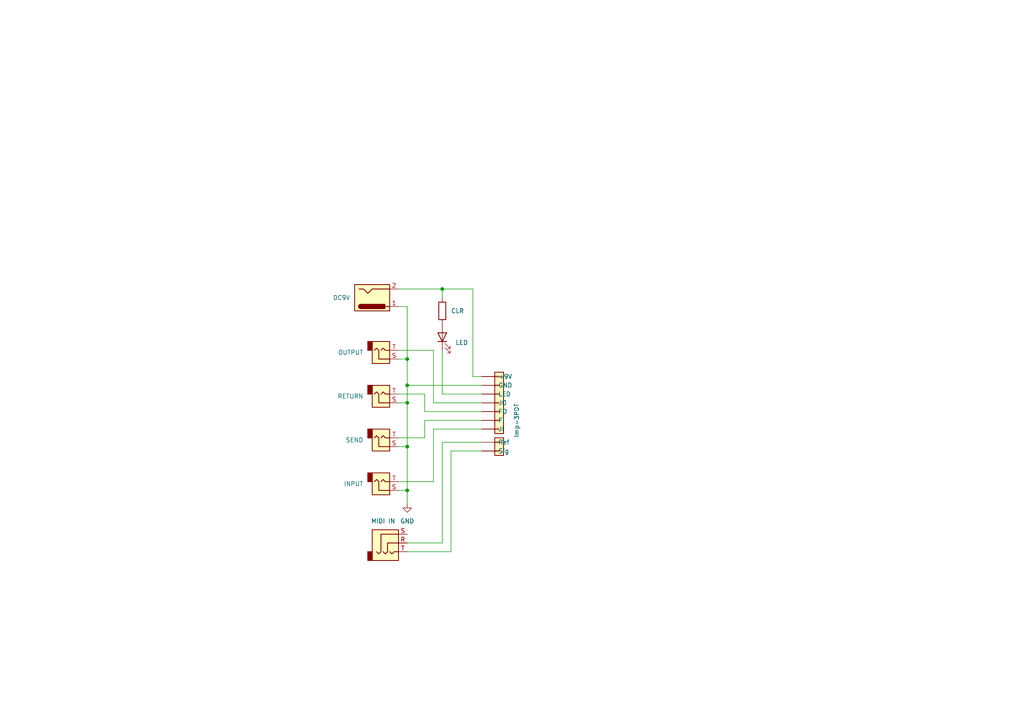
<source format=kicad_sch>
(kicad_sch (version 20211123) (generator eeschema)
  (paper "A4")
  (lib_symbols
    (symbol "Connector:AudioJack2"
      (property "Reference" "J" (at 0 8.89 0))
      (property "Value" "AudioJack2" (at 0 6.35 0))
      (symbol "AudioJack2_0_1"
        (rectangle (start -3.81 0) (end -2.54 -2.54) (stroke (width 0.254)) (fill (type outline)))
        (rectangle (start -2.54 3.81) (end 2.54 -2.54) (stroke (width 0.254)) (fill (type background)))
        (polyline (pts (xy 0 0) (xy 0.635 -0.635) (xy 1.27 0) (xy 2.54 0)) (stroke (width 0.254)))
        (polyline (pts (xy 2.54 2.54) (xy -0.635 2.54) (xy -0.635 0) (xy -1.27 -0.635) (xy -1.905 0)) (stroke (width 0.254)))
      )
      (symbol "AudioJack2_1_1"
        (pin passive line (at 5.08 2.54 180) (length 2.54) (name "~") (number "S"))
        (pin passive line (at 5.08 0 180) (length 2.54) (name "~") (number "T"))
      )
    )
    (symbol "Connector:AudioJack3"
      (property "Reference" "J" (at 0 8.89 0))
      (property "Value" "AudioJack3" (at 0 6.35 0))
      (symbol "AudioJack3_0_1"
        (rectangle (start -5.08 -5.08) (end -6.35 -2.54) (stroke (width 0.254)) (fill (type outline)))
        (polyline (pts (xy 0 -2.54) (xy 0.635 -3.175) (xy 1.27 -2.54) (xy 2.54 -2.54)) (stroke (width 0.254)))
        (polyline (pts (xy -1.905 -2.54) (xy -1.27 -3.175) (xy -0.635 -2.54) (xy -0.635 0) (xy 2.54 0)) (stroke (width 0.254)))
        (polyline (pts (xy 2.54 2.54) (xy -2.54 2.54) (xy -2.54 -2.54) (xy -3.175 -3.175) (xy -3.81 -2.54)) (stroke (width 0.254)))
        (rectangle (start 2.54 3.81) (end -5.08 -5.08) (stroke (width 0.254)) (fill (type background)))
      )
      (symbol "AudioJack3_1_1"
        (pin passive line (at 5.08 0 180) (length 2.54) (name "~") (number "R"))
        (pin passive line (at 5.08 2.54 180) (length 2.54) (name "~") (number "S"))
        (pin passive line (at 5.08 -2.54 180) (length 2.54) (name "~") (number "T"))
      )
    )
    (symbol "Connector:Jack-DC" (pin_names (offset 1.016) hide)
      (property "Reference" "J" (at 0 5.334 0))
      (property "Value" "Jack-DC" (at 0 -5.08 0))
      (symbol "Jack-DC_0_1"
        (rectangle (start -5.08 3.81) (end 5.08 -3.81) (stroke (width 0.254)) (fill (type background)))
        (arc (start -3.302 3.175) (mid -3.937 2.54) (end -3.302 1.905) (stroke (width 0.254)))
        (arc (start -3.302 3.175) (mid -3.937 2.54) (end -3.302 1.905) (stroke (width 0.254)) (fill (type outline)))
        (polyline (pts (xy 5.08 2.54) (xy 3.81 2.54)) (stroke (width 0.254)))
        (polyline (pts (xy -3.81 -2.54) (xy -2.54 -2.54) (xy -1.27 -1.27) (xy 0 -2.54) (xy 2.54 -2.54) (xy 5.08 -2.54)) (stroke (width 0.254)))
        (rectangle (start 3.683 3.175) (end -3.302 1.905) (stroke (width 0.254)) (fill (type outline)))
      )
      (symbol "Jack-DC_1_1"
        (pin passive line (at 7.62 2.54 180) (length 2.54) (name "~") (number "1"))
        (pin passive line (at 7.62 -2.54 180) (length 2.54) (name "~") (number "2"))
      )
    )
    (symbol "Connector_Generic:Conn_01x02" (pin_numbers hide) (pin_names (offset 1.016))
      (property "Reference" "J?" (at 2.54 0.0001 0))
      (property "Value" "Imp-3PDT_B" (at 2.54 -2.5399 0))
      (symbol "Conn_01x02_1_1"
        (rectangle (start -1.27 -2.413) (end 0 -2.667) (stroke (width 0.1524)))
        (rectangle (start -1.27 0.127) (end 0 -0.127) (stroke (width 0.1524)))
        (rectangle (start -1.27 1.27) (end 1.27 -3.81) (stroke (width 0.254)) (fill (type background)))
        (pin passive line (at -5.08 0 0) (length 3.81) (name "Sig") (number "1"))
        (pin passive line (at -5.08 -2.54 0) (length 3.81) (name "Ref") (number "2"))
      )
    )
    (symbol "Connector_Generic:Conn_01x07" (pin_numbers hide) (pin_names (offset 1.016))
      (property "Reference" "J?" (at 0 13.97 0))
      (property "Value" "Imp-3PDT" (at 0 11.43 0))
      (symbol "Conn_01x07_1_1"
        (rectangle (start -1.27 -7.493) (end 0 -7.747) (stroke (width 0.1524)))
        (rectangle (start -1.27 -4.953) (end 0 -5.207) (stroke (width 0.1524)))
        (rectangle (start -1.27 -2.413) (end 0 -2.667) (stroke (width 0.1524)))
        (rectangle (start -1.27 0.127) (end 0 -0.127) (stroke (width 0.1524)))
        (rectangle (start -1.27 2.667) (end 0 2.413) (stroke (width 0.1524)))
        (rectangle (start -1.27 5.207) (end 0 4.953) (stroke (width 0.1524)))
        (rectangle (start -1.27 7.747) (end 0 7.493) (stroke (width 0.1524)))
        (rectangle (start -1.27 8.89) (end 1.27 -8.89) (stroke (width 0.254)) (fill (type background)))
        (pin passive line (at -5.08 7.62 0) (length 3.81) (name "+9V") (number "1"))
        (pin passive line (at -5.08 5.08 0) (length 3.81) (name "GND") (number "2"))
        (pin passive line (at -5.08 2.54 0) (length 3.81) (name "LED") (number "3"))
        (pin passive line (at -5.08 0 0) (length 3.81) (name "JO") (number "4"))
        (pin passive line (at -5.08 -2.54 0) (length 3.81) (name "FO") (number "5"))
        (pin passive line (at -5.08 -5.08 0) (length 3.81) (name "FI") (number "6"))
        (pin passive line (at -5.08 -7.62 0) (length 3.81) (name "JI") (number "7"))
      )
    )
    (symbol "Device:LED" (pin_numbers hide) (pin_names (offset 1.016) hide)
      (property "Reference" "D" (at 0 2.54 0))
      (property "Value" "LED" (at 0 -2.54 0))
      (symbol "LED_0_1"
        (polyline (pts (xy -1.27 -1.27) (xy -1.27 1.27)) (stroke (width 0.254)))
        (polyline (pts (xy -1.27 0) (xy 1.27 0)))
        (polyline (pts (xy 1.27 -1.27) (xy 1.27 1.27) (xy -1.27 0) (xy 1.27 -1.27)) (stroke (width 0.254)))
        (polyline (pts (xy -3.048 -0.762) (xy -4.572 -2.286) (xy -3.81 -2.286) (xy -4.572 -2.286) (xy -4.572 -1.524)))
        (polyline (pts (xy -1.778 -0.762) (xy -3.302 -2.286) (xy -2.54 -2.286) (xy -3.302 -2.286) (xy -3.302 -1.524)))
      )
      (symbol "LED_1_1"
        (pin passive line (at -3.81 0 0) (length 2.54) (name "K") (number "1"))
        (pin passive line (at 3.81 0 180) (length 2.54) (name "A") (number "2"))
      )
    )
    (symbol "Device:R" (pin_numbers hide) (pin_names (offset 0))
      (property "Reference" "R" (at 2.032 0 90))
      (property "Value" "R" (at 0 0 90))
      (symbol "R_0_1"
        (rectangle (start -1.016 -2.54) (end 1.016 2.54) (stroke (width 0.254)))
      )
      (symbol "R_1_1"
        (pin passive line (at 0 3.81 270) (length 1.27) (name "~") (number "1"))
        (pin passive line (at 0 -3.81 90) (length 1.27) (name "~") (number "2"))
      )
    )
    (symbol "power:GND" (power) (pin_names (offset 0))
      (property "Value" "GND" (at 0 -3.81 0))
      (symbol "GND_0_1"
        (polyline (pts (xy 0 0) (xy 0 -1.27) (xy 1.27 -1.27) (xy 0 -2.54) (xy -1.27 -1.27) (xy 0 -1.27)))
      )
      (symbol "GND_1_1"
        (pin power_in line (at 0 0 270) (length 0) hide (name "GND") (number "1"))
      )
    )
  )
  (junction (at 118.11 116.84))
  (junction (at 128.27 83.82))
  (junction (at 118.11 129.54))
  (junction (at 118.11 104.14))
  (junction (at 118.11 142.24))
  (junction (at 118.11 111.76))
  (wire (pts (xy 115.57 88.9) (xy 118.11 88.9)))
  (wire (pts (xy 118.11 129.54) (xy 118.11 142.24)))
  (wire (pts (xy 118.11 160.02) (xy 130.81 160.02)))
  (wire (pts (xy 115.57 139.7) (xy 125.73 139.7)))
  (wire (pts (xy 123.19 114.3) (xy 123.19 119.38)))
  (wire (pts (xy 115.57 104.14) (xy 118.11 104.14)))
  (wire (pts (xy 118.11 142.24) (xy 118.11 146.05)))
  (wire (pts (xy 128.27 114.3) (xy 139.7 114.3)))
  (wire (pts (xy 123.19 121.92) (xy 139.7 121.92)))
  (wire (pts (xy 123.19 127) (xy 123.19 121.92)))
  (wire (pts (xy 118.11 88.9) (xy 118.11 104.14)))
  (wire (pts (xy 118.11 111.76) (xy 118.11 116.84)))
  (wire (pts (xy 137.16 83.82) (xy 137.16 109.22)))
  (wire (pts (xy 128.27 157.48) (xy 128.27 128.27)))
  (wire (pts (xy 130.81 160.02) (xy 130.81 130.81)))
  (wire (pts (xy 128.27 83.82) (xy 128.27 86.36)))
  (wire (pts (xy 118.11 157.48) (xy 128.27 157.48)))
  (wire (pts (xy 115.57 83.82) (xy 128.27 83.82)))
  (wire (pts (xy 118.11 111.76) (xy 139.7 111.76)))
  (wire (pts (xy 115.57 114.3) (xy 123.19 114.3)))
  (wire (pts (xy 115.57 116.84) (xy 118.11 116.84)))
  (wire (pts (xy 128.27 101.6) (xy 128.27 114.3)))
  (wire (pts (xy 118.11 104.14) (xy 118.11 111.76)))
  (wire (pts (xy 128.27 128.27) (xy 139.7 128.27)))
  (wire (pts (xy 115.57 142.24) (xy 118.11 142.24)))
  (wire (pts (xy 125.73 139.7) (xy 125.73 124.46)))
  (wire (pts (xy 130.81 130.81) (xy 139.7 130.81)))
  (wire (pts (xy 115.57 127) (xy 123.19 127)))
  (wire (pts (xy 125.73 124.46) (xy 139.7 124.46)))
  (wire (pts (xy 118.11 116.84) (xy 118.11 129.54)))
  (wire (pts (xy 115.57 129.54) (xy 118.11 129.54)))
  (wire (pts (xy 115.57 101.6) (xy 125.73 101.6)))
  (wire (pts (xy 128.27 83.82) (xy 137.16 83.82)))
  (wire (pts (xy 125.73 101.6) (xy 125.73 116.84)))
  (wire (pts (xy 123.19 119.38) (xy 139.7 119.38)))
  (wire (pts (xy 125.73 116.84) (xy 139.7 116.84)))
  (wire (pts (xy 137.16 109.22) (xy 139.7 109.22)))
  (symbol (lib_id "Connector:AudioJack2") (at 110.49 114.3 0) (mirror x) (unit 1)
    (property "Reference" "J?" (effects hide))
    (property "Value" "RETURN" (at 105.41 114.9349 0) (effects (justify right)))
  )
  (symbol (lib_id "Connector:Jack-DC") (at 107.95 86.36 0) (mirror x) (unit 1)
    (property "Reference" "J?" (effects hide))
    (property "Value" "DC9V" (at 101.6 86.3599 0) (effects (justify right)))
  )
  (symbol (lib_id "power:GND") (at 118.11 146.05 0) (unit 1)
    (property "Reference" "#PWR?" (effects hide))
    (property "Value" "GND" (at 118.11 151.13 0))
  )
  (symbol (lib_id "Connector:AudioJack2") (at 110.49 139.7 0) (mirror x) (unit 1)
    (property "Reference" "J?" (effects hide))
    (property "Value" "INPUT" (at 105.41 140.3349 0) (effects (justify right)))
  )
  (symbol (lib_id "Connector:AudioJack3") (at 113.03 157.48 0) (unit 1)
    (property "Reference" "J?" (effects hide))
    (property "Value" "MIDI IN" (at 111.125 151.13 0))
  )
  (symbol (lib_id "Connector_Generic:Conn_01x07") (at 144.78 116.84 0) (unit 1)
    (property "Reference" "J?" (effects hide))
    (property "Value" "Imp-3PDT" (at 149.86 121.92 90))
  )
  (symbol (lib_id "Device:LED") (at 128.27 97.79 90) (unit 1)
    (property "Reference" "D?" (effects hide))
    (property "Value" "LED" (at 132.08 99.3774 90) (effects (justify right)))
  )
  (symbol (lib_id "Connector:AudioJack2") (at 110.49 101.6 0) (mirror x) (unit 1)
    (property "Reference" "J?" (effects hide))
    (property "Value" "OUTPUT" (at 105.41 102.2349 0) (effects (justify right)))
  )
  (symbol (lib_id "Connector_Generic:Conn_01x02") (at 144.78 130.81 0) (mirror x) (unit 1)
    (property "Reference" "J?" (effects hide))
    (property "Value" "Imp-3PDT_B" (effects hide))
  )
  (symbol (lib_id "Device:R") (at 128.27 90.17 0) (unit 1)
    (property "Reference" "R?" (effects hide))
    (property "Value" "CLR" (at 130.81 90.1699 0) (effects (justify left)))
  )
  (symbol (lib_id "Connector:AudioJack2") (at 110.49 127 0) (mirror x) (unit 1)
    (property "Reference" "J?" (effects hide))
    (property "Value" "SEND" (at 105.41 127.6349 0) (effects (justify right)))
  )
)
</source>
